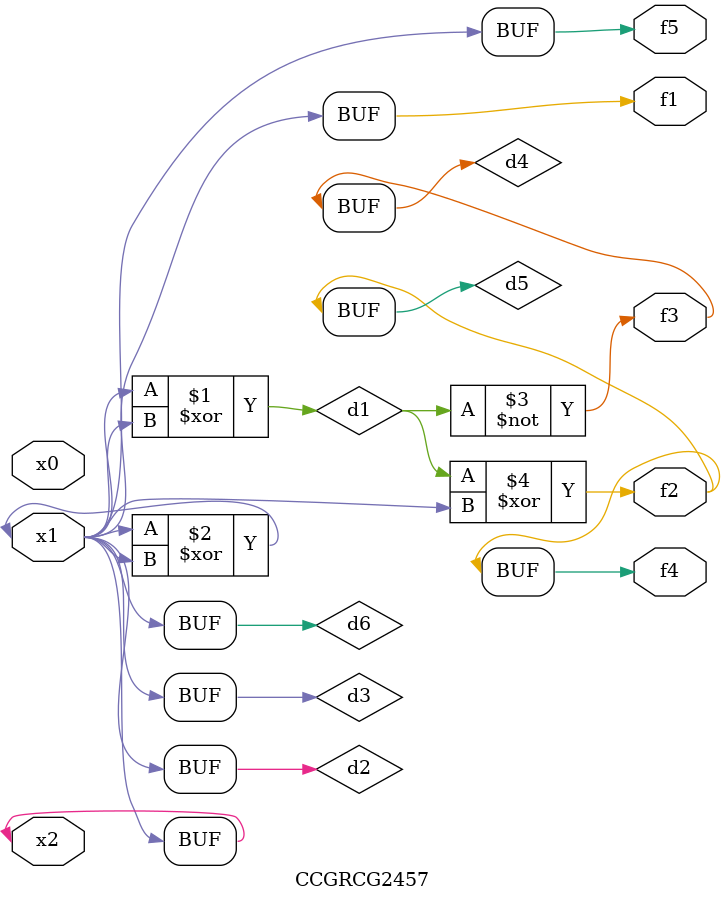
<source format=v>
module CCGRCG2457(
	input x0, x1, x2,
	output f1, f2, f3, f4, f5
);

	wire d1, d2, d3, d4, d5, d6;

	xor (d1, x1, x2);
	buf (d2, x1, x2);
	xor (d3, x1, x2);
	nor (d4, d1);
	xor (d5, d1, d2);
	buf (d6, d2, d3);
	assign f1 = d6;
	assign f2 = d5;
	assign f3 = d4;
	assign f4 = d5;
	assign f5 = d6;
endmodule

</source>
